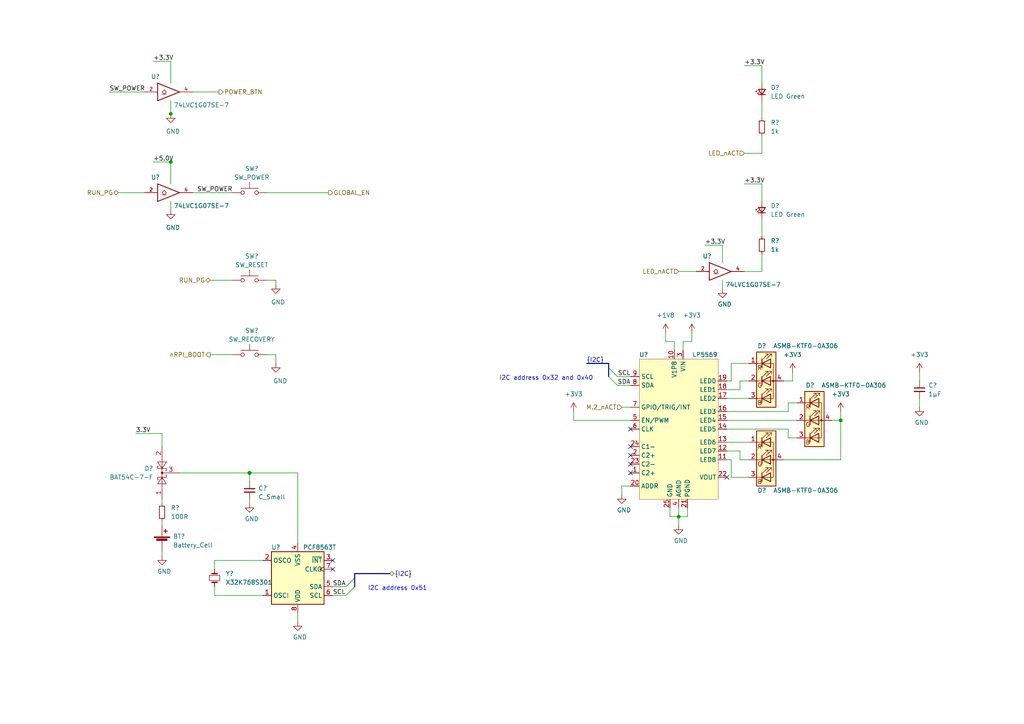
<source format=kicad_sch>
(kicad_sch (version 20201015) (generator eeschema)
  (paper "A4")
  (lib_symbols
    (symbol "74xGxx:74LVC1G07" (pin_names (offset 1.016))
      (property "Reference" "U" (at -2.54 3.81 0))
      (property "Value" "74LVC1G07" (at 0 -3.81 0))
      (symbol "74LVC1G07_0_1"
        (polyline (pts (xy -2.54 -0.635) (xy -1.27 -0.635)))
        (polyline (pts (xy -3.81 2.54) (xy -3.81 -2.54) (xy 2.54 0) (xy -3.81 2.54)) (stroke (width 0.254)))
        (polyline (pts (xy -1.905 0.635) (xy -2.54 0) (xy -1.905 -0.635) (xy -1.27 0) (xy -1.905 0.635)))
      )
      (symbol "74LVC1G07_1_1"
        (pin input line (at -7.62 0 0) (length 3.81) (name "~") (number "2"))
        (pin power_in line (at 0 -2.54 270) (length 0) hide (name "GND") (number "3"))
        (pin open_collector line (at 6.35 0 180) (length 3.81) (name "~") (number "4"))
        (pin power_in line (at 0 2.54 90) (length 0) hide (name "VCC") (number "5"))
      )
    )
    (symbol "Device:Battery_Cell" (pin_numbers hide) (pin_names (offset 0) hide)
      (property "Reference" "BT" (at 2.54 2.54 0))
      (property "Value" "Battery_Cell" (at 2.54 0 0))
      (symbol "Battery_Cell_0_1"
        (rectangle (start -2.286 1.778) (end 2.286 1.524) (fill (type outline)))
        (rectangle (start -1.5748 1.1938) (end 1.4732 0.6858) (fill (type outline)))
        (polyline (pts (xy 0 0.762) (xy 0 0)))
        (polyline (pts (xy 0 1.778) (xy 0 2.54)))
        (polyline (pts (xy 0.508 3.429) (xy 1.524 3.429)) (stroke (width 0.254)))
        (polyline (pts (xy 1.016 3.937) (xy 1.016 2.921)) (stroke (width 0.254)))
      )
      (symbol "Battery_Cell_1_1"
        (pin passive line (at 0 5.08 270) (length 2.54) (name "+") (number "1"))
        (pin passive line (at 0 -2.54 90) (length 2.54) (name "-") (number "2"))
      )
    )
    (symbol "Device:C_Small" (pin_numbers hide) (pin_names (offset 0.254) hide)
      (property "Reference" "C" (at 0.254 1.778 0))
      (property "Value" "C_Small" (at 0.254 -2.032 0))
      (symbol "C_Small_0_1"
        (polyline (pts (xy -1.524 -0.508) (xy 1.524 -0.508)) (stroke (width 0.3302)))
        (polyline (pts (xy -1.524 0.508) (xy 1.524 0.508)) (stroke (width 0.3048)))
      )
      (symbol "C_Small_1_1"
        (pin passive line (at 0 2.54 270) (length 2.032) (name "~") (number "1"))
        (pin passive line (at 0 -2.54 90) (length 2.032) (name "~") (number "2"))
      )
    )
    (symbol "Device:Crystal_Small" (pin_numbers hide) (pin_names (offset 1.016) hide)
      (property "Reference" "Y" (at 0 2.54 0))
      (property "Value" "Crystal_Small" (at 0 -2.54 0))
      (symbol "Crystal_Small_0_1"
        (rectangle (start -0.762 -1.524) (end 0.762 1.524))
        (polyline (pts (xy -1.27 -0.762) (xy -1.27 0.762)) (stroke (width 0.381)))
        (polyline (pts (xy 1.27 -0.762) (xy 1.27 0.762)) (stroke (width 0.381)))
      )
      (symbol "Crystal_Small_1_1"
        (pin passive line (at -2.54 0 0) (length 1.27) (name "1") (number "1"))
        (pin passive line (at 2.54 0 180) (length 1.27) (name "2") (number "2"))
      )
    )
    (symbol "Device:LED_RGBA" (pin_names (offset 0) hide)
      (property "Reference" "D" (at 0 9.398 0))
      (property "Value" "LED_RGBA" (at 0 -8.89 0))
      (symbol "LED_RGBA_0_0"
        (text "B" (at -1.905 -6.35 0) (effects (font (size 1.27 1.27))))
        (text "G" (at -1.905 -1.27 0) (effects (font (size 1.27 1.27))))
        (text "R" (at -1.905 3.81 0) (effects (font (size 1.27 1.27))))
      )
      (symbol "LED_RGBA_0_1"
        (circle (center 2.032 0) (radius 0.254) (fill (type outline)))
        (rectangle (start 1.27 -1.27) (end 1.27 1.27))
        (rectangle (start 1.27 1.27) (end 1.27 1.27))
        (rectangle (start 1.27 3.81) (end 1.27 6.35))
        (rectangle (start 1.27 6.35) (end 1.27 6.35))
        (rectangle (start 2.794 8.382) (end -2.794 -7.62) (stroke (width 0.254)) (fill (type background)))
        (polyline (pts (xy -1.27 -5.08) (xy -2.54 -5.08)))
        (polyline (pts (xy -1.27 -5.08) (xy 1.27 -5.08)))
        (polyline (pts (xy -1.27 -3.81) (xy -1.27 -6.35)) (stroke (width 0.254)))
        (polyline (pts (xy -1.27 0) (xy -2.54 0)))
        (polyline (pts (xy -1.27 1.27) (xy -1.27 -1.27)) (stroke (width 0.254)))
        (polyline (pts (xy -1.27 5.08) (xy -2.54 5.08)))
        (polyline (pts (xy -1.27 5.08) (xy 1.27 5.08)))
        (polyline (pts (xy -1.27 6.35) (xy -1.27 3.81)) (stroke (width 0.254)))
        (polyline (pts (xy 1.27 0) (xy -1.27 0)))
        (polyline (pts (xy 1.27 0) (xy 2.54 0)))
        (polyline (pts (xy -1.27 1.27) (xy -1.27 -1.27) (xy -1.27 -1.27)))
        (polyline (pts (xy -1.27 6.35) (xy -1.27 3.81) (xy -1.27 3.81)))
        (polyline (pts (xy 1.27 -5.08) (xy 2.032 -5.08) (xy 2.032 5.08) (xy 1.27 5.08)))
        (polyline (pts (xy 1.27 -3.81) (xy 1.27 -6.35) (xy -1.27 -5.08) (xy 1.27 -3.81)) (stroke (width 0.254)))
        (polyline (pts (xy 1.27 1.27) (xy 1.27 -1.27) (xy -1.27 0) (xy 1.27 1.27)) (stroke (width 0.254)))
        (polyline (pts (xy 1.27 6.35) (xy 1.27 3.81) (xy -1.27 5.08) (xy 1.27 6.35)) (stroke (width 0.254)))
        (polyline (pts (xy -1.016 -3.81) (xy 0.508 -2.286) (xy -0.254 -2.286) (xy 0.508 -2.286) (xy 0.508 -3.048)))
        (polyline (pts (xy -1.016 1.27) (xy 0.508 2.794) (xy -0.254 2.794) (xy 0.508 2.794) (xy 0.508 2.032)))
        (polyline (pts (xy -1.016 6.35) (xy 0.508 7.874) (xy -0.254 7.874) (xy 0.508 7.874) (xy 0.508 7.112)))
        (polyline (pts (xy 0 -3.81) (xy 1.524 -2.286) (xy 0.762 -2.286) (xy 1.524 -2.286) (xy 1.524 -3.048)))
        (polyline (pts (xy 0 1.27) (xy 1.524 2.794) (xy 0.762 2.794) (xy 1.524 2.794) (xy 1.524 2.032)))
        (polyline (pts (xy 0 6.35) (xy 1.524 7.874) (xy 0.762 7.874) (xy 1.524 7.874) (xy 1.524 7.112)))
      )
      (symbol "LED_RGBA_1_1"
        (pin passive line (at -5.08 5.08 0) (length 2.54) (name "RK") (number "1"))
        (pin passive line (at -5.08 0 0) (length 2.54) (name "GK") (number "2"))
        (pin passive line (at -5.08 -5.08 0) (length 2.54) (name "BK") (number "3"))
        (pin passive line (at 5.08 0 180) (length 2.54) (name "A") (number "4"))
      )
    )
    (symbol "Device:LED_Small" (pin_numbers hide) (pin_names (offset 0.254) hide)
      (property "Reference" "D" (at -1.27 3.175 0))
      (property "Value" "LED_Small" (at -4.445 -2.54 0))
      (symbol "LED_Small_0_1"
        (polyline (pts (xy -0.762 -1.016) (xy -0.762 1.016)) (stroke (width 0.254)))
        (polyline (pts (xy 1.016 0) (xy -0.762 0)))
        (polyline (pts (xy 0.762 -1.016) (xy -0.762 0) (xy 0.762 1.016) (xy 0.762 -1.016)) (stroke (width 0.254)))
        (polyline (pts (xy 0 0.762) (xy -0.508 1.27) (xy -0.254 1.27) (xy -0.508 1.27) (xy -0.508 1.016)))
        (polyline (pts (xy 0.508 1.27) (xy 0 1.778) (xy 0.254 1.778) (xy 0 1.778) (xy 0 1.524)))
      )
      (symbol "LED_Small_1_1"
        (pin passive line (at -2.54 0 0) (length 1.778) (name "K") (number "1"))
        (pin passive line (at 2.54 0 180) (length 1.778) (name "A") (number "2"))
      )
    )
    (symbol "Device:R_Small" (pin_numbers hide) (pin_names (offset 0.254) hide)
      (property "Reference" "R" (at 0.762 0.508 0))
      (property "Value" "R_Small" (at 0.762 -1.016 0))
      (symbol "R_Small_0_1"
        (rectangle (start -0.762 1.778) (end 0.762 -1.778) (stroke (width 0.2032)))
      )
      (symbol "R_Small_1_1"
        (pin passive line (at 0 2.54 270) (length 0.762) (name "~") (number "1"))
        (pin passive line (at 0 -2.54 90) (length 0.762) (name "~") (number "2"))
      )
    )
    (symbol "Diode:BAT54C" (pin_names (offset 1.016))
      (property "Reference" "D" (at 0.635 -3.81 0))
      (property "Value" "BAT54C" (at -6.35 3.175 0))
      (symbol "BAT54C_0_1"
        (circle (center 0 0) (radius 0.254) (fill (type outline)))
        (polyline (pts (xy -1.905 0) (xy 1.905 0)))
        (polyline (pts (xy -1.905 1.27) (xy -1.905 1.016)))
        (polyline (pts (xy -1.27 -1.27) (xy -0.635 -1.27)))
        (polyline (pts (xy -1.27 0) (xy -3.81 0)))
        (polyline (pts (xy -1.27 1.27) (xy -1.905 1.27)))
        (polyline (pts (xy -1.27 1.27) (xy -1.27 -1.27)))
        (polyline (pts (xy -0.635 -1.27) (xy -0.635 -1.016)))
        (polyline (pts (xy 0.635 -1.27) (xy 0.635 -1.016)))
        (polyline (pts (xy 1.27 -1.27) (xy 0.635 -1.27)))
        (polyline (pts (xy 1.27 1.27) (xy 1.27 -1.27)))
        (polyline (pts (xy 1.27 1.27) (xy 1.905 1.27)))
        (polyline (pts (xy 1.905 1.27) (xy 1.905 1.016)))
        (polyline (pts (xy 3.81 0) (xy 1.27 0)))
        (polyline (pts (xy -3.175 -1.27) (xy -3.175 1.27) (xy -1.27 0) (xy -3.175 -1.27)))
        (polyline (pts (xy 3.175 -1.27) (xy 3.175 1.27) (xy 1.27 0) (xy 3.175 -1.27)))
      )
      (symbol "BAT54C_1_1"
        (pin passive line (at -7.62 0 0) (length 3.81) (name "~") (number "1"))
        (pin passive line (at 7.62 0 180) (length 3.81) (name "~") (number "2"))
        (pin passive line (at 0 -5.08 90) (length 5.08) (name "~") (number "3"))
      )
    )
    (symbol "LightBlue:LP5569"
      (property "Reference" "U" (at -10.16 21.59 0))
      (property "Value" "LP5569" (at 7.62 21.59 0))
      (symbol "LP5569_0_1"
        (rectangle (start -11.43 20.32) (end 11.43 -20.32) (stroke (width 0.0006)) (fill (type background)))
      )
      (symbol "LP5569_1_1"
        (pin input line (at -2.54 -22.86 90) (length 2.54) (name "GND") (number "25"))
        (pin bidirectional line (at -13.97 12.7 0) (length 2.54) (name "SDA") (number "8"))
        (pin input line (at -13.97 15.24 0) (length 2.54) (name "SCL") (number "9"))
        (pin input line (at -13.97 -12.7 0) (length 2.54) (name "C2+") (number "1"))
        (pin input line (at -13.97 -16.51 0) (length 2.54) (name "ADDR") (number "20"))
        (pin output line (at 13.97 11.43 180) (length 2.54) (name "LED1") (number "18"))
        (pin output line (at 13.97 8.89 180) (length 2.54) (name "LED2") (number "17"))
        (pin output line (at 13.97 5.08 180) (length 2.54) (name "LED3") (number "16"))
        (pin input line (at 1.27 22.86 270) (length 2.54) (name "VIN") (number "3"))
        (pin input line (at -13.97 0 0) (length 2.54) (name "CLK") (number "6"))
        (pin output line (at 13.97 2.54 180) (length 2.54) (name "LED4") (number "15"))
        (pin output line (at 13.97 -3.81 180) (length 2.54) (name "LED6") (number "13"))
        (pin output line (at 13.97 0 180) (length 2.54) (name "LED5") (number "14"))
        (pin output line (at 13.97 -6.35 180) (length 2.54) (name "LED7") (number "12"))
        (pin output line (at 13.97 -8.89 180) (length 2.54) (name "LED8") (number "11"))
        (pin output line (at 13.97 13.97 180) (length 2.54) (name "LED0") (number "19"))
        (pin input line (at 0 -22.86 90) (length 2.54) (name "AGND") (number "4"))
        (pin input line (at 2.54 -22.86 90) (length 2.54) (name "PGND") (number "21"))
        (pin input line (at -13.97 -10.16 0) (length 2.54) (name "C2-") (number "23"))
        (pin input line (at -13.97 -7.62 0) (length 2.54) (name "C2+") (number "2"))
        (pin input line (at -13.97 -5.08 0) (length 2.54) (name "C1-") (number "24"))
        (pin input line (at -13.97 2.54 0) (length 2.54) (name "EN/PWM") (number "5"))
        (pin input line (at -13.97 6.35 0) (length 2.54) (name "GPIO/TRIG/INT") (number "7"))
        (pin input line (at -1.27 22.86 270) (length 2.54) (name "V1P8") (number "10"))
        (pin output line (at 13.97 -13.97 180) (length 2.54) (name "VOUT") (number "22"))
      )
    )
    (symbol "Switch:SW_Push" (pin_numbers hide) (pin_names (offset 1.016) hide)
      (property "Reference" "SW" (at 1.27 2.54 0))
      (property "Value" "SW_Push" (at 0 -1.524 0))
      (symbol "SW_Push_0_1"
        (circle (center -2.032 0) (radius 0.508))
        (circle (center 2.032 0) (radius 0.508))
        (polyline (pts (xy 0 1.27) (xy 0 3.048)))
        (polyline (pts (xy 2.54 1.27) (xy -2.54 1.27)))
        (pin passive line (at -5.08 0 0) (length 2.54) (name "1") (number "1"))
        (pin passive line (at 5.08 0 180) (length 2.54) (name "2") (number "2"))
      )
    )
    (symbol "Timer_RTC:PCF8563T"
      (property "Reference" "U" (at -7.62 8.89 0))
      (property "Value" "PCF8563T" (at 2.54 8.89 0))
      (symbol "PCF8563T_0_1"
        (rectangle (start -7.62 7.62) (end 7.62 -7.62) (stroke (width 0.254)) (fill (type background)))
      )
      (symbol "PCF8563T_1_1"
        (pin input line (at -10.16 5.08 0) (length 2.54) (name "OSCI") (number "1"))
        (pin output line (at -10.16 -5.08 0) (length 2.54) (name "OSCO") (number "2"))
        (pin output line (at 10.16 -5.08 180) (length 2.54) (name "~INT~") (number "3"))
        (pin power_in line (at 0 -10.16 90) (length 2.54) (name "VSS") (number "4"))
        (pin bidirectional line (at 10.16 2.54 180) (length 2.54) (name "SDA") (number "5"))
        (pin input line (at 10.16 5.08 180) (length 2.54) (name "SCL") (number "6"))
        (pin output clock (at 10.16 -2.54 180) (length 2.54) (name "CLKO") (number "7"))
        (pin power_in line (at 0 10.16 270) (length 2.54) (name "VDD") (number "8"))
      )
    )
    (symbol "power:+1V8" (power) (pin_names (offset 0))
      (property "Value" "+1V8" (at 0 3.556 0))
      (symbol "+1V8_0_1"
        (polyline (pts (xy -0.762 1.27) (xy 0 2.54)))
        (polyline (pts (xy 0 0) (xy 0 2.54)))
        (polyline (pts (xy 0 2.54) (xy 0.762 1.27)))
      )
      (symbol "+1V8_1_1"
        (pin power_in line (at 0 0 90) (length 0) hide (name "+1V8") (number "1"))
      )
    )
    (symbol "power:+3V3" (power) (pin_names (offset 0))
      (property "Value" "+3V3" (at 0 3.556 0))
      (symbol "+3V3_0_1"
        (polyline (pts (xy -0.762 1.27) (xy 0 2.54)))
        (polyline (pts (xy 0 0) (xy 0 2.54)))
        (polyline (pts (xy 0 2.54) (xy 0.762 1.27)))
      )
      (symbol "+3V3_1_1"
        (pin power_in line (at 0 0 90) (length 0) hide (name "+3V3") (number "1"))
      )
    )
    (symbol "power:GND" (power) (pin_names (offset 0))
      (property "Value" "GND" (at 0 -3.81 0))
      (symbol "GND_0_1"
        (polyline (pts (xy 0 0) (xy 0 -1.27) (xy 1.27 -1.27) (xy 0 -2.54) (xy -1.27 -1.27) (xy 0 -1.27)))
      )
      (symbol "GND_1_1"
        (pin power_in line (at 0 0 270) (length 0) hide (name "GND") (number "1"))
      )
    )
  )
  (junction (at 49.53 33.02) (diameter 0.9144))
  (junction (at 49.53 46.99) (diameter 0.9144))
  (junction (at 72.39 137.16) (diameter 1.016))
  (junction (at 196.85 149.86) (diameter 0.9144))
  (junction (at 243.84 121.92) (diameter 0.9144))
  (no_connect (at 182.88 137.16))
  (no_connect (at 182.88 124.46))
  (no_connect (at 96.52 162.56))
  (no_connect (at 182.88 134.62))
  (no_connect (at 96.52 165.1))
  (no_connect (at 182.88 129.54))
  (no_connect (at 210.82 138.43))
  (no_connect (at 182.88 132.08))
  (bus_entry (at 102.87 167.64) (size -2.54 2.54) (stroke (width 0.1524)))
  (bus_entry (at 102.87 170.18) (size -2.54 2.54) (stroke (width 0.1524)))
  (bus_entry (at 176.53 106.68) (size 2.54 2.54) (stroke (width 0.1524)))
  (bus_entry (at 176.53 109.22) (size 2.54 2.54) (stroke (width 0.1524)))
  (wire (pts (xy 31.75 26.67) (xy 41.91 26.67)))
  (wire (pts (xy 34.29 55.88) (xy 41.91 55.88)))
  (wire (pts (xy 39.37 125.73) (xy 46.99 125.73)))
  (wire (pts (xy 44.45 17.78) (xy 49.53 17.78)))
  (wire (pts (xy 44.45 46.99) (xy 49.53 46.99)))
  (wire (pts (xy 46.99 129.54) (xy 46.99 125.73)))
  (wire (pts (xy 46.99 144.78) (xy 46.99 146.05)))
  (wire (pts (xy 46.99 151.13) (xy 46.99 152.4)))
  (wire (pts (xy 46.99 160.02) (xy 46.99 161.29)))
  (wire (pts (xy 49.53 17.78) (xy 49.53 24.13)))
  (wire (pts (xy 49.53 29.21) (xy 49.53 33.02)))
  (wire (pts (xy 49.53 33.02) (xy 49.53 34.29)))
  (wire (pts (xy 49.53 45.72) (xy 49.53 46.99)))
  (wire (pts (xy 49.53 46.99) (xy 49.53 53.34)))
  (wire (pts (xy 49.53 58.42) (xy 49.53 60.96)))
  (wire (pts (xy 52.07 137.16) (xy 72.39 137.16)))
  (wire (pts (xy 55.88 26.67) (xy 63.5 26.67)))
  (wire (pts (xy 55.88 55.88) (xy 67.31 55.88)))
  (wire (pts (xy 60.96 81.28) (xy 67.31 81.28)))
  (wire (pts (xy 60.96 102.87) (xy 67.31 102.87)))
  (wire (pts (xy 62.23 162.56) (xy 62.23 165.1)))
  (wire (pts (xy 62.23 170.18) (xy 62.23 172.72)))
  (wire (pts (xy 62.23 172.72) (xy 76.2 172.72)))
  (wire (pts (xy 72.39 137.16) (xy 72.39 139.7)))
  (wire (pts (xy 72.39 137.16) (xy 86.36 137.16)))
  (wire (pts (xy 72.39 144.78) (xy 72.39 146.05)))
  (wire (pts (xy 76.2 162.56) (xy 62.23 162.56)))
  (wire (pts (xy 77.47 55.88) (xy 95.25 55.88)))
  (wire (pts (xy 77.47 102.87) (xy 80.01 102.87)))
  (wire (pts (xy 80.01 81.28) (xy 77.47 81.28)))
  (wire (pts (xy 80.01 82.55) (xy 80.01 81.28)))
  (wire (pts (xy 80.01 102.87) (xy 80.01 105.41)))
  (wire (pts (xy 86.36 137.16) (xy 86.36 157.48)))
  (wire (pts (xy 86.36 177.8) (xy 86.36 180.34)))
  (wire (pts (xy 96.52 170.18) (xy 100.33 170.18)))
  (wire (pts (xy 96.52 172.72) (xy 100.33 172.72)))
  (wire (pts (xy 166.37 119.38) (xy 166.37 121.92)))
  (wire (pts (xy 166.37 121.92) (xy 182.88 121.92)))
  (wire (pts (xy 180.34 118.11) (xy 182.88 118.11)))
  (wire (pts (xy 180.34 140.97) (xy 182.88 140.97)))
  (wire (pts (xy 180.34 143.51) (xy 180.34 140.97)))
  (wire (pts (xy 182.88 109.22) (xy 179.07 109.22)))
  (wire (pts (xy 182.88 111.76) (xy 179.07 111.76)))
  (wire (pts (xy 193.04 96.52) (xy 193.04 99.06)))
  (wire (pts (xy 193.04 99.06) (xy 195.58 99.06)))
  (wire (pts (xy 194.31 147.32) (xy 194.31 149.86)))
  (wire (pts (xy 194.31 149.86) (xy 196.85 149.86)))
  (wire (pts (xy 195.58 99.06) (xy 195.58 101.6)))
  (wire (pts (xy 196.85 78.74) (xy 201.93 78.74)))
  (wire (pts (xy 196.85 147.32) (xy 196.85 149.86)))
  (wire (pts (xy 196.85 149.86) (xy 196.85 152.4)))
  (wire (pts (xy 196.85 149.86) (xy 199.39 149.86)))
  (wire (pts (xy 198.12 99.06) (xy 198.12 101.6)))
  (wire (pts (xy 199.39 149.86) (xy 199.39 147.32)))
  (wire (pts (xy 200.66 96.52) (xy 200.66 99.06)))
  (wire (pts (xy 200.66 99.06) (xy 198.12 99.06)))
  (wire (pts (xy 204.47 71.12) (xy 209.55 71.12)))
  (wire (pts (xy 209.55 76.2) (xy 209.55 71.12)))
  (wire (pts (xy 209.55 81.28) (xy 209.55 83.82)))
  (wire (pts (xy 210.82 110.49) (xy 212.09 110.49)))
  (wire (pts (xy 210.82 113.03) (xy 214.63 113.03)))
  (wire (pts (xy 210.82 115.57) (xy 217.17 115.57)))
  (wire (pts (xy 210.82 119.38) (xy 228.6 119.38)))
  (wire (pts (xy 210.82 121.92) (xy 231.14 121.92)))
  (wire (pts (xy 210.82 124.46) (xy 228.6 124.46)))
  (wire (pts (xy 210.82 128.27) (xy 217.17 128.27)))
  (wire (pts (xy 210.82 130.81) (xy 214.63 130.81)))
  (wire (pts (xy 210.82 133.35) (xy 212.09 133.35)))
  (wire (pts (xy 212.09 105.41) (xy 217.17 105.41)))
  (wire (pts (xy 212.09 110.49) (xy 212.09 105.41)))
  (wire (pts (xy 212.09 133.35) (xy 212.09 138.43)))
  (wire (pts (xy 212.09 138.43) (xy 217.17 138.43)))
  (wire (pts (xy 214.63 110.49) (xy 217.17 110.49)))
  (wire (pts (xy 214.63 113.03) (xy 214.63 110.49)))
  (wire (pts (xy 214.63 130.81) (xy 214.63 133.35)))
  (wire (pts (xy 214.63 133.35) (xy 217.17 133.35)))
  (wire (pts (xy 215.9 19.05) (xy 220.98 19.05)))
  (wire (pts (xy 215.9 44.45) (xy 220.98 44.45)))
  (wire (pts (xy 215.9 53.34) (xy 220.98 53.34)))
  (wire (pts (xy 215.9 78.74) (xy 220.98 78.74)))
  (wire (pts (xy 220.98 19.05) (xy 220.98 24.13)))
  (wire (pts (xy 220.98 29.21) (xy 220.98 34.29)))
  (wire (pts (xy 220.98 39.37) (xy 220.98 44.45)))
  (wire (pts (xy 220.98 53.34) (xy 220.98 58.42)))
  (wire (pts (xy 220.98 63.5) (xy 220.98 68.58)))
  (wire (pts (xy 220.98 73.66) (xy 220.98 78.74)))
  (wire (pts (xy 227.33 110.49) (xy 229.87 110.49)))
  (wire (pts (xy 227.33 133.35) (xy 243.84 133.35)))
  (wire (pts (xy 228.6 116.84) (xy 231.14 116.84)))
  (wire (pts (xy 228.6 119.38) (xy 228.6 116.84)))
  (wire (pts (xy 228.6 124.46) (xy 228.6 127)))
  (wire (pts (xy 228.6 127) (xy 231.14 127)))
  (wire (pts (xy 229.87 107.95) (xy 229.87 110.49)))
  (wire (pts (xy 241.3 121.92) (xy 243.84 121.92)))
  (wire (pts (xy 243.84 121.92) (xy 243.84 119.38)))
  (wire (pts (xy 243.84 133.35) (xy 243.84 121.92)))
  (wire (pts (xy 266.7 107.95) (xy 266.7 110.49)))
  (wire (pts (xy 266.7 115.57) (xy 266.7 118.11)))
  (bus (pts (xy 102.87 166.37) (xy 102.87 167.64)))
  (bus (pts (xy 102.87 166.37) (xy 113.03 166.37)))
  (bus (pts (xy 102.87 167.64) (xy 102.87 170.18)))
  (bus (pts (xy 170.18 105.41) (xy 176.53 105.41)))
  (bus (pts (xy 176.53 105.41) (xy 176.53 106.68)))
  (bus (pts (xy 176.53 106.68) (xy 176.53 109.22)))
  (text "I2C address 0x51" (at 106.68 171.45 0) (effects (font (size 1.27 1.27)) (justify left bottom)))
  (text "I2C address 0x32 and 0x40" (at 144.78 110.49 0) (effects (font (size 1.27 1.27)) (justify left bottom)))
  (label "SW_POWER" (at 31.75 26.67 0))
  (label "3.3V" (at 39.37 125.73 0))
  (label "+3.3V" (at 44.45 17.78 0))
  (label "+5.0V" (at 44.45 46.99 0))
  (label "SW_POWER" (at 57.15 55.88 0))
  (label "SDA" (at 96.52 170.18 0))
  (label "SCL" (at 96.52 172.72 0))
  (label "{I2C}" (at 170.18 105.41 0))
  (label "SCL" (at 182.88 109.22 180))
  (label "SDA" (at 182.88 111.76 180))
  (label "+3.3V" (at 204.47 71.12 0))
  (label "+3.3V" (at 215.9 19.05 0))
  (label "+3.3V" (at 215.9 53.34 0))
  (hierarchical_label "RUN_PG" (shape bidirectional) (at 34.29 55.88 180))
  (hierarchical_label "RUN_PG" (shape bidirectional) (at 60.96 81.28 180))
  (hierarchical_label "nRPI_BOOT" (shape output) (at 60.96 102.87 180))
  (hierarchical_label "POWER_BTN" (shape output) (at 63.5 26.67 0))
  (hierarchical_label "GLOBAL_EN" (shape output) (at 95.25 55.88 0))
  (hierarchical_label "{I2C}" (shape bidirectional) (at 113.03 166.37 0))
  (hierarchical_label "M.2_nACT" (shape input) (at 180.34 118.11 180))
  (hierarchical_label "LED_nACT" (shape input) (at 196.85 78.74 180))
  (hierarchical_label "LED_nACT" (shape input) (at 215.9 44.45 180))
  (symbol (lib_id "power:+3V3") (at 166.37 119.38 0) (unit 1)
    (property "Reference" "#PWR?" (effects hide))
    (property "Value" "+3V3" (at 166.37 114.3 0))
  )
  (symbol (lib_id "power:+1V8") (at 193.04 96.52 0) (unit 1)
    (property "Reference" "#PWR?" (effects hide))
    (property "Value" "+1V8" (at 193.04 91.44 0))
  )
  (symbol (lib_id "power:+3V3") (at 200.66 96.52 0) (unit 1)
    (property "Reference" "#PWR?" (effects hide))
    (property "Value" "+3V3" (at 200.66 91.44 0))
  )
  (symbol (lib_id "power:+3V3") (at 229.87 107.95 0) (unit 1)
    (property "Reference" "#PWR?" (effects hide))
    (property "Value" "+3V3" (at 229.87 102.87 0))
  )
  (symbol (lib_id "power:+3V3") (at 243.84 119.38 0) (unit 1)
    (property "Reference" "#PWR?" (effects hide))
    (property "Value" "+3V3" (at 243.84 114.3 0))
  )
  (symbol (lib_id "power:+3V3") (at 266.7 107.95 0) (unit 1)
    (property "Reference" "#PWR?" (effects hide))
    (property "Value" "+3V3" (at 266.7 102.87 0))
  )
  (symbol (lib_id "power:GND") (at 46.99 161.29 0) (unit 1)
    (property "Reference" "#PWR?" (effects hide))
    (property "Value" "GND" (at 47.625 165.735 0))
  )
  (symbol (lib_id "power:GND") (at 49.53 33.02 0) (unit 1)
    (property "Reference" "#PWR?" (effects hide))
    (property "Value" "GND" (at 50.165 38.1 0))
  )
  (symbol (lib_id "power:GND") (at 49.53 60.96 0) (unit 1)
    (property "Reference" "#PWR?" (effects hide))
    (property "Value" "GND" (at 50.165 66.04 0))
  )
  (symbol (lib_id "power:GND") (at 72.39 146.05 0) (unit 1)
    (property "Reference" "#PWR?" (effects hide))
    (property "Value" "GND" (at 73.025 150.495 0))
  )
  (symbol (lib_id "power:GND") (at 80.01 82.55 0) (unit 1)
    (property "Reference" "#PWR?" (effects hide))
    (property "Value" "GND" (at 80.645 87.63 0))
  )
  (symbol (lib_id "power:GND") (at 80.01 105.41 0) (unit 1)
    (property "Reference" "#PWR?" (effects hide))
    (property "Value" "GND" (at 81.28 110.49 0))
  )
  (symbol (lib_id "power:GND") (at 86.36 180.34 0) (unit 1)
    (property "Reference" "#PWR?" (effects hide))
    (property "Value" "GND" (at 86.995 184.785 0))
  )
  (symbol (lib_id "power:GND") (at 180.34 143.51 0) (unit 1)
    (property "Reference" "#PWR?" (effects hide))
    (property "Value" "GND" (at 180.975 147.955 0))
  )
  (symbol (lib_id "power:GND") (at 196.85 152.4 0) (unit 1)
    (property "Reference" "#PWR?" (effects hide))
    (property "Value" "GND" (at 197.485 156.845 0))
  )
  (symbol (lib_id "power:GND") (at 209.55 83.82 0) (unit 1)
    (property "Reference" "#PWR?" (effects hide))
    (property "Value" "GND" (at 210.185 88.265 0))
  )
  (symbol (lib_id "power:GND") (at 266.7 118.11 0) (unit 1)
    (property "Reference" "#PWR?" (effects hide))
    (property "Value" "GND" (at 267.335 122.555 0))
  )
  (symbol (lib_id "Device:R_Small") (at 46.99 148.59 0) (unit 1)
    (property "Reference" "R?" (at 49.53 147.32 0) (effects (justify left)))
    (property "Value" "100R" (at 49.53 149.86 0) (effects (justify left)))
  )
  (symbol (lib_id "Device:R_Small") (at 220.98 36.83 0) (unit 1)
    (property "Reference" "R?" (at 223.52 35.56 0) (effects (justify left)))
    (property "Value" "1k" (at 223.52 38.1 0) (effects (justify left)))
  )
  (symbol (lib_id "Device:R_Small") (at 220.98 71.12 0) (unit 1)
    (property "Reference" "R?" (at 223.52 69.85 0) (effects (justify left)))
    (property "Value" "1k" (at 223.52 72.39 0) (effects (justify left)))
  )
  (symbol (lib_id "Device:LED_Small") (at 220.98 26.67 90) (unit 1)
    (property "Reference" "D?" (at 223.52 25.4 90) (effects (justify right)))
    (property "Value" "LED Green" (at 223.52 27.94 90) (effects (justify right)))
  )
  (symbol (lib_id "Device:LED_Small") (at 220.98 60.96 90) (unit 1)
    (property "Reference" "D?" (at 223.52 59.69 90) (effects (justify right)))
    (property "Value" "LED Green" (at 223.52 62.23 90) (effects (justify right)))
  )
  (symbol (lib_id "Device:Crystal_Small") (at 62.23 167.64 90) (unit 1)
    (property "Reference" "Y?" (at 65.405 166.37 90) (effects (justify right)))
    (property "Value" "X32K768S301" (at 65.405 168.91 90) (effects (justify right)))
  )
  (symbol (lib_id "Device:C_Small") (at 72.39 142.24 0) (unit 1)
    (property "Reference" "C?" (at 74.93 141.605 0) (effects (justify left)))
    (property "Value" "C_Small" (at 74.93 144.145 0) (effects (justify left)))
  )
  (symbol (lib_id "Device:C_Small") (at 266.7 113.03 0) (unit 1)
    (property "Reference" "C?" (at 269.24 111.76 0) (effects (justify left)))
    (property "Value" "1μF" (at 269.24 114.3 0) (effects (justify left)))
  )
  (symbol (lib_id "Device:Battery_Cell") (at 46.99 157.48 0) (unit 1)
    (property "Reference" "BT?" (at 50.165 155.575 0) (effects (justify left)))
    (property "Value" "Battery_Cell" (at 50.165 158.115 0) (effects (justify left)))
  )
  (symbol (lib_id "Switch:SW_Push") (at 72.39 55.88 0) (unit 1)
    (property "Reference" "SW?" (at 73.025 48.895 0))
    (property "Value" "SW_POWER" (at 73.025 51.435 0))
    (property "Footprint" "Button_Switch_THT:SW_Tactile_SPST_Angled_PTS645Vx39-2LFS" (effects hide))
  )
  (symbol (lib_id "Switch:SW_Push") (at 72.39 81.28 0) (unit 1)
    (property "Reference" "SW?" (at 73.025 74.295 0))
    (property "Value" "SW_RESET" (at 73.025 76.835 0))
    (property "Footprint" "Button_Switch_THT:SW_Tactile_SPST_Angled_PTS645Vx39-2LFS" (effects hide))
  )
  (symbol (lib_id "Switch:SW_Push") (at 72.39 102.87 0) (unit 1)
    (property "Reference" "SW?" (at 73.025 95.885 0))
    (property "Value" "SW_RECOVERY" (at 73.025 98.425 0))
    (property "Footprint" "Button_Switch_SMD:SW_SPST_EVQP7C" (effects hide))
  )
  (symbol (lib_id "74xGxx:74LVC1G07") (at 49.53 26.67 0) (unit 1)
    (property "Reference" "U?" (at 45.085 22.225 0))
    (property "Value" "74LVC1G07SE-7" (at 58.42 30.48 0))
    (property "Datasheet" "http://www.ti.com/lit/sg/scyt129e/scyt129e.pdf" (effects hide))
  )
  (symbol (lib_id "74xGxx:74LVC1G07") (at 49.53 55.88 0) (unit 1)
    (property "Reference" "U?" (at 45.085 51.435 0))
    (property "Value" "74LVC1G07SE-7" (at 58.42 59.69 0))
    (property "Datasheet" "http://www.ti.com/lit/sg/scyt129e/scyt129e.pdf" (effects hide))
  )
  (symbol (lib_id "74xGxx:74LVC1G07") (at 209.55 78.74 0) (unit 1)
    (property "Reference" "U?" (at 205.105 74.295 0))
    (property "Value" "74LVC1G07SE-7" (at 218.44 82.55 0))
    (property "Datasheet" "http://www.ti.com/lit/sg/scyt129e/scyt129e.pdf" (effects hide))
  )
  (symbol (lib_id "Diode:BAT54C") (at 46.99 137.16 90) (unit 1)
    (property "Reference" "D?" (at 44.45 135.89 90) (effects (justify left)))
    (property "Value" "BAT54C-7-F" (at 44.45 138.43 90) (effects (justify left)))
    (property "Footprint" "Package_TO_SOT_SMD:SOT-23" (effects hide))
    (property "Datasheet" "http://www.diodes.com/_files/datasheets/ds11005.pdf" (effects hide))
  )
  (symbol (lib_id "Device:LED_RGBA") (at 222.25 110.49 0) (unit 1)
    (property "Reference" "D?" (at 220.98 100.33 0))
    (property "Value" "ASMB-KTF0-0A306" (at 233.68 100.33 0))
    (property "Footprint" "LightBlue:LED_RGB_ASMB-KTF0-0A306_PLCC4_2.2x2.0mm_P1.1mm" (effects hide))
    (property "Datasheet" "https://www.mouser.ch/datasheet/2/678/SMB-KTF0-0A306-DS100_2017-09-15-1279410.pdf" (effects hide))
  )
  (symbol (lib_id "Device:LED_RGBA") (at 222.25 133.35 0) (unit 1)
    (property "Reference" "D?" (at 220.98 142.24 0))
    (property "Value" "ASMB-KTF0-0A306" (at 233.68 142.24 0))
    (property "Footprint" "LightBlue:LED_RGB_ASMB-KTF0-0A306_PLCC4_2.2x2.0mm_P1.1mm" (effects hide))
    (property "Datasheet" "https://www.mouser.ch/datasheet/2/678/SMB-KTF0-0A306-DS100_2017-09-15-1279410.pdf" (effects hide))
  )
  (symbol (lib_id "Device:LED_RGBA") (at 236.22 121.92 0) (unit 1)
    (property "Reference" "D?" (at 234.95 111.76 0))
    (property "Value" "ASMB-KTF0-0A306" (at 247.65 111.76 0))
    (property "Footprint" "LightBlue:LED_RGB_ASMB-KTF0-0A306_PLCC4_2.2x2.0mm_P1.1mm" (effects hide))
    (property "Datasheet" "https://www.mouser.ch/datasheet/2/678/SMB-KTF0-0A306-DS100_2017-09-15-1279410.pdf" (effects hide))
  )
  (symbol (lib_id "Timer_RTC:PCF8563T") (at 86.36 167.64 0) (mirror x) (unit 1)
    (property "Reference" "U?" (at 80.01 158.75 0))
    (property "Value" "PCF8563T" (at 92.71 158.75 0))
    (property "Footprint" "Package_SO:SOIC-8_3.9x4.9mm_P1.27mm" (effects hide))
    (property "Datasheet" "https://assets.nexperia.com/documents/data-sheet/PCF8563.pdf" (effects hide))
  )
  (symbol (lib_id "LightBlue:LP5569") (at 196.85 124.46 0) (unit 1)
    (property "Reference" "U?" (at 186.69 102.87 0))
    (property "Value" "LP5569" (at 204.47 102.87 0))
    (property "Footprint" "Package_DFN_QFN:WQFN-24-1EP_4x4mm_P0.5mm_EP2.45x2.45mm" (effects hide))
    (property "Datasheet" "https://www.ti.com/lit/ds/symlink/lp5569.pdf" (effects hide))
  )
)
</source>
